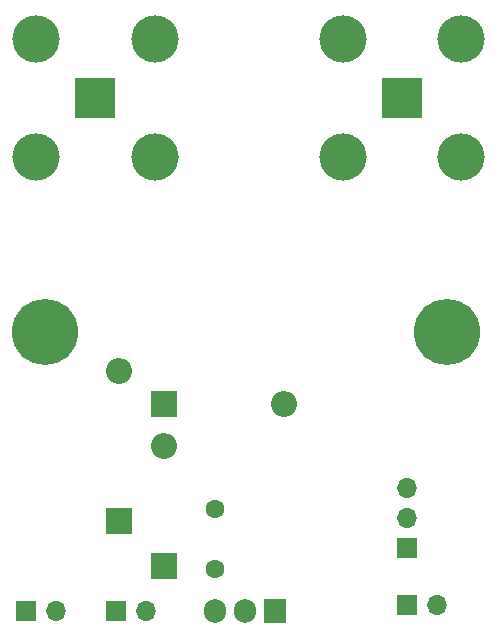
<source format=gbs>
G04 #@! TF.GenerationSoftware,KiCad,Pcbnew,7.0.2*
G04 #@! TF.CreationDate,2024-02-06T18:16:05+01:00*
G04 #@! TF.ProjectId,ebeamMeasurement,65626561-6d4d-4656-9173-7572656d656e,rev?*
G04 #@! TF.SameCoordinates,Original*
G04 #@! TF.FileFunction,Soldermask,Bot*
G04 #@! TF.FilePolarity,Negative*
%FSLAX46Y46*%
G04 Gerber Fmt 4.6, Leading zero omitted, Abs format (unit mm)*
G04 Created by KiCad (PCBNEW 7.0.2) date 2024-02-06 18:16:05*
%MOMM*%
%LPD*%
G01*
G04 APERTURE LIST*
%ADD10C,5.600000*%
%ADD11R,1.905000X2.000000*%
%ADD12O,1.905000X2.000000*%
%ADD13R,1.700000X1.700000*%
%ADD14O,1.700000X1.700000*%
%ADD15R,3.500000X3.500000*%
%ADD16C,4.000000*%
%ADD17C,1.600000*%
%ADD18R,2.200000X2.200000*%
%ADD19O,2.200000X2.200000*%
G04 APERTURE END LIST*
D10*
G04 #@! TO.C,REF\u002A\u002A*
X50292000Y-65786000D03*
G04 #@! TD*
G04 #@! TO.C,REF\u002A\u002A*
X84328000Y-65786000D03*
G04 #@! TD*
D11*
G04 #@! TO.C,U2*
X69789000Y-89408000D03*
D12*
X67249000Y-89408000D03*
X64709000Y-89408000D03*
G04 #@! TD*
D13*
G04 #@! TO.C,JP1*
X80960000Y-84074000D03*
D14*
X80960000Y-81534000D03*
X80960000Y-78994000D03*
G04 #@! TD*
D13*
G04 #@! TO.C,J5*
X80955000Y-88915000D03*
D14*
X83495000Y-88915000D03*
G04 #@! TD*
D13*
G04 #@! TO.C,J4*
X48697000Y-89408000D03*
D14*
X51237000Y-89408000D03*
G04 #@! TD*
D13*
G04 #@! TO.C,J3*
X56322000Y-89408000D03*
D14*
X58862000Y-89408000D03*
G04 #@! TD*
D15*
G04 #@! TO.C,J2*
X80518000Y-45974000D03*
D16*
X75493000Y-50999000D03*
X85543000Y-50999000D03*
X85543000Y-40949000D03*
X75493000Y-40949000D03*
G04 #@! TD*
D15*
G04 #@! TO.C,J1*
X54555000Y-45974000D03*
D16*
X49530000Y-50999000D03*
X59580000Y-50999000D03*
X59580000Y-40949000D03*
X49530000Y-40949000D03*
G04 #@! TD*
D17*
G04 #@! TO.C,F1*
X64709000Y-85812000D03*
X64709000Y-80812000D03*
G04 #@! TD*
D18*
G04 #@! TO.C,D3*
X56576000Y-81788000D03*
D19*
X56576000Y-69088000D03*
G04 #@! TD*
D18*
G04 #@! TO.C,D2*
X60386000Y-71882000D03*
D19*
X70546000Y-71882000D03*
G04 #@! TD*
D18*
G04 #@! TO.C,D1*
X60386000Y-85598000D03*
D19*
X60386000Y-75438000D03*
G04 #@! TD*
M02*

</source>
